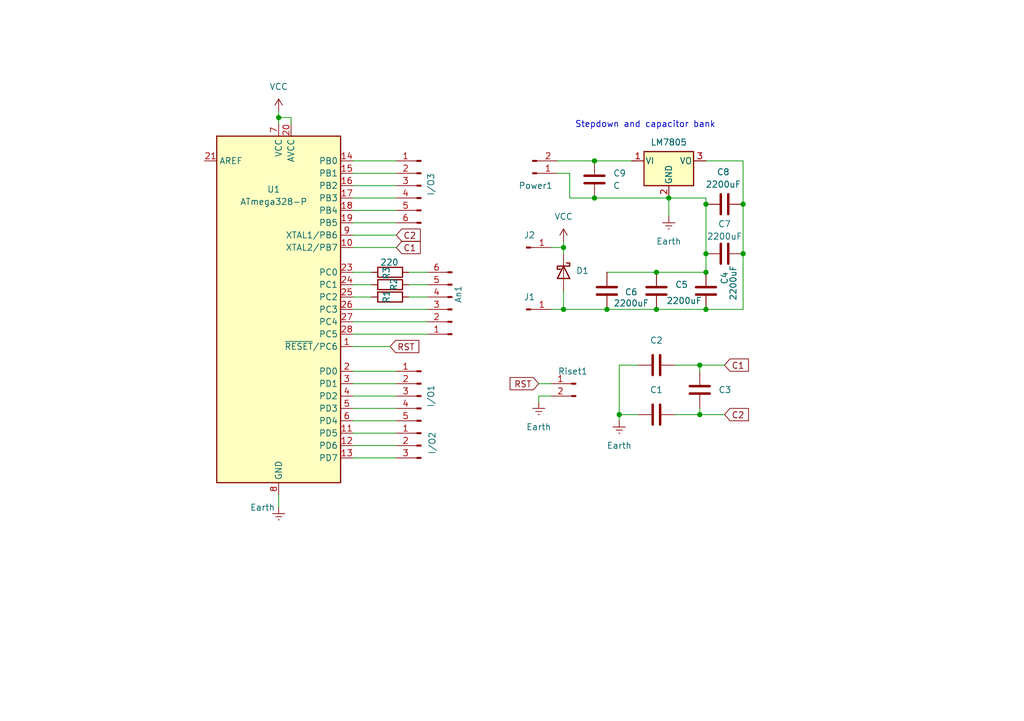
<source format=kicad_sch>
(kicad_sch (version 20231120) (generator "eeschema") (generator_version "8.0")
  (paper "A5")
  (lib_symbols
    (symbol "Connector:Conn_01x01_Pin" (pin_names (offset 1.016) hide)
      (property "Reference" "J" (at 0 2.54 0))
      (property "Value" "Conn_01x01_Pin" (at 0 -2.54 0))
      (symbol "Conn_01x01_Pin_1_1"
        (polyline (pts (xy 1.27 0) (xy 0.8636 0)) (stroke (width 0.1524)))
        (rectangle (start 0.8636 0.127) (end 0 -0.127) (stroke (width 0.1524)) (fill (type outline)))
        (pin passive line (at 5.08 0 180) (length 3.81) (name "Pin_1") (number "1"))
      )
    )
    (symbol "Connector:Conn_01x02_Pin" (pin_names (offset 1.016) hide)
      (property "Reference" "J" (at 0 2.54 0))
      (property "Value" "Conn_01x02_Pin" (at 0 -5.08 0))
      (symbol "Conn_01x02_Pin_1_1"
        (polyline (pts (xy 1.27 -2.54) (xy 0.8636 -2.54)) (stroke (width 0.1524)))
        (polyline (pts (xy 1.27 0) (xy 0.8636 0)) (stroke (width 0.1524)))
        (rectangle (start 0.8636 -2.413) (end 0 -2.667) (stroke (width 0.1524)) (fill (type outline)))
        (rectangle (start 0.8636 0.127) (end 0 -0.127) (stroke (width 0.1524)) (fill (type outline)))
        (pin passive line (at 5.08 0 180) (length 3.81) (name "Pin_1") (number "1"))
        (pin passive line (at 5.08 -2.54 180) (length 3.81) (name "Pin_2") (number "2"))
      )
    )
    (symbol "Connector:Conn_01x03_Pin" (pin_names (offset 1.016) hide)
      (property "Reference" "J" (at 0 5.08 0))
      (property "Value" "Conn_01x03_Pin" (at 0 -5.08 0))
      (symbol "Conn_01x03_Pin_1_1"
        (polyline (pts (xy 1.27 -2.54) (xy 0.8636 -2.54)) (stroke (width 0.1524)))
        (polyline (pts (xy 1.27 0) (xy 0.8636 0)) (stroke (width 0.1524)))
        (polyline (pts (xy 1.27 2.54) (xy 0.8636 2.54)) (stroke (width 0.1524)))
        (rectangle (start 0.8636 -2.413) (end 0 -2.667) (stroke (width 0.1524)) (fill (type outline)))
        (rectangle (start 0.8636 0.127) (end 0 -0.127) (stroke (width 0.1524)) (fill (type outline)))
        (rectangle (start 0.8636 2.667) (end 0 2.413) (stroke (width 0.1524)) (fill (type outline)))
        (pin passive line (at 5.08 2.54 180) (length 3.81) (name "Pin_1") (number "1"))
        (pin passive line (at 5.08 0 180) (length 3.81) (name "Pin_2") (number "2"))
        (pin passive line (at 5.08 -2.54 180) (length 3.81) (name "Pin_3") (number "3"))
      )
    )
    (symbol "Connector:Conn_01x05_Pin" (pin_names (offset 1.016) hide)
      (property "Reference" "J" (at 0 7.62 0))
      (property "Value" "Conn_01x05_Pin" (at 0 -7.62 0))
      (symbol "Conn_01x05_Pin_1_1"
        (polyline (pts (xy 1.27 -5.08) (xy 0.8636 -5.08)) (stroke (width 0.1524)))
        (polyline (pts (xy 1.27 -2.54) (xy 0.8636 -2.54)) (stroke (width 0.1524)))
        (polyline (pts (xy 1.27 0) (xy 0.8636 0)) (stroke (width 0.1524)))
        (polyline (pts (xy 1.27 2.54) (xy 0.8636 2.54)) (stroke (width 0.1524)))
        (polyline (pts (xy 1.27 5.08) (xy 0.8636 5.08)) (stroke (width 0.1524)))
        (rectangle (start 0.8636 -4.953) (end 0 -5.207) (stroke (width 0.1524)) (fill (type outline)))
        (rectangle (start 0.8636 -2.413) (end 0 -2.667) (stroke (width 0.1524)) (fill (type outline)))
        (rectangle (start 0.8636 0.127) (end 0 -0.127) (stroke (width 0.1524)) (fill (type outline)))
        (rectangle (start 0.8636 2.667) (end 0 2.413) (stroke (width 0.1524)) (fill (type outline)))
        (rectangle (start 0.8636 5.207) (end 0 4.953) (stroke (width 0.1524)) (fill (type outline)))
        (pin passive line (at 5.08 5.08 180) (length 3.81) (name "Pin_1") (number "1"))
        (pin passive line (at 5.08 2.54 180) (length 3.81) (name "Pin_2") (number "2"))
        (pin passive line (at 5.08 0 180) (length 3.81) (name "Pin_3") (number "3"))
        (pin passive line (at 5.08 -2.54 180) (length 3.81) (name "Pin_4") (number "4"))
        (pin passive line (at 5.08 -5.08 180) (length 3.81) (name "Pin_5") (number "5"))
      )
    )
    (symbol "Connector:Conn_01x06_Pin" (pin_names (offset 1.016) hide)
      (property "Reference" "J" (at 0 7.62 0))
      (property "Value" "Conn_01x06_Pin" (at 0 -10.16 0))
      (symbol "Conn_01x06_Pin_1_1"
        (polyline (pts (xy 1.27 -7.62) (xy 0.8636 -7.62)) (stroke (width 0.1524)))
        (polyline (pts (xy 1.27 -5.08) (xy 0.8636 -5.08)) (stroke (width 0.1524)))
        (polyline (pts (xy 1.27 -2.54) (xy 0.8636 -2.54)) (stroke (width 0.1524)))
        (polyline (pts (xy 1.27 0) (xy 0.8636 0)) (stroke (width 0.1524)))
        (polyline (pts (xy 1.27 2.54) (xy 0.8636 2.54)) (stroke (width 0.1524)))
        (polyline (pts (xy 1.27 5.08) (xy 0.8636 5.08)) (stroke (width 0.1524)))
        (rectangle (start 0.8636 -7.493) (end 0 -7.747) (stroke (width 0.1524)) (fill (type outline)))
        (rectangle (start 0.8636 -4.953) (end 0 -5.207) (stroke (width 0.1524)) (fill (type outline)))
        (rectangle (start 0.8636 -2.413) (end 0 -2.667) (stroke (width 0.1524)) (fill (type outline)))
        (rectangle (start 0.8636 0.127) (end 0 -0.127) (stroke (width 0.1524)) (fill (type outline)))
        (rectangle (start 0.8636 2.667) (end 0 2.413) (stroke (width 0.1524)) (fill (type outline)))
        (rectangle (start 0.8636 5.207) (end 0 4.953) (stroke (width 0.1524)) (fill (type outline)))
        (pin passive line (at 5.08 5.08 180) (length 3.81) (name "Pin_1") (number "1"))
        (pin passive line (at 5.08 2.54 180) (length 3.81) (name "Pin_2") (number "2"))
        (pin passive line (at 5.08 0 180) (length 3.81) (name "Pin_3") (number "3"))
        (pin passive line (at 5.08 -2.54 180) (length 3.81) (name "Pin_4") (number "4"))
        (pin passive line (at 5.08 -5.08 180) (length 3.81) (name "Pin_5") (number "5"))
        (pin passive line (at 5.08 -7.62 180) (length 3.81) (name "Pin_6") (number "6"))
      )
    )
    (symbol "Device:C" (pin_numbers hide) (pin_names (offset 0.254))
      (property "Reference" "C" (at 0.635 2.54 0))
      (property "Value" "C" (at 0.635 -2.54 0))
      (symbol "C_0_1"
        (polyline (pts (xy -2.032 -0.762) (xy 2.032 -0.762)) (stroke (width 0.508)))
        (polyline (pts (xy -2.032 0.762) (xy 2.032 0.762)) (stroke (width 0.508)))
      )
      (symbol "C_1_1"
        (pin passive line (at 0 3.81 270) (length 2.794) (name "~") (number "1"))
        (pin passive line (at 0 -3.81 90) (length 2.794) (name "~") (number "2"))
      )
    )
    (symbol "Device:R" (pin_numbers hide) (pin_names (offset 0))
      (property "Reference" "R" (at 2.032 0 90))
      (property "Value" "R" (at 0 0 90))
      (symbol "R_0_1"
        (rectangle (start -1.016 -2.54) (end 1.016 2.54) (stroke (width 0.254)))
      )
      (symbol "R_1_1"
        (pin passive line (at 0 3.81 270) (length 1.27) (name "~") (number "1"))
        (pin passive line (at 0 -3.81 90) (length 1.27) (name "~") (number "2"))
      )
    )
    (symbol "Diode:SB120" (pin_numbers hide) (pin_names (offset 1.016) hide)
      (property "Reference" "D" (at 0 2.54 0))
      (property "Value" "SB120" (at 0 -2.54 0))
      (symbol "SB120_0_1"
        (polyline (pts (xy 1.27 0) (xy -1.27 0)))
        (polyline (pts (xy 1.27 1.27) (xy 1.27 -1.27) (xy -1.27 0) (xy 1.27 1.27)) (stroke (width 0.254)))
        (polyline (pts (xy -1.905 0.635) (xy -1.905 1.27) (xy -1.27 1.27) (xy -1.27 -1.27) (xy -0.635 -1.27) (xy -0.635 -0.635)) (stroke (width 0.254)))
      )
      (symbol "SB120_1_1"
        (pin passive line (at -3.81 0 0) (length 2.54) (name "K") (number "1"))
        (pin passive line (at 3.81 0 180) (length 2.54) (name "A") (number "2"))
      )
    )
    (symbol "MCU_Microchip_ATmega:ATmega328-P"
      (property "Reference" "U" (at -12.7 36.83 0))
      (property "Value" "ATmega328-P" (at 2.54 -36.83 0))
      (symbol "ATmega328-P_0_1"
        (rectangle (start -12.7 -35.56) (end 12.7 35.56) (stroke (width 0.254)) (fill (type background)))
      )
      (symbol "ATmega328-P_1_1"
        (pin bidirectional line (at 15.24 -7.62 180) (length 2.54) (name "~{RESET}/PC6") (number "1"))
        (pin bidirectional line (at 15.24 12.7 180) (length 2.54) (name "XTAL2/PB7") (number "10"))
        (pin bidirectional line (at 15.24 -25.4 180) (length 2.54) (name "PD5") (number "11"))
        (pin bidirectional line (at 15.24 -27.94 180) (length 2.54) (name "PD6") (number "12"))
        (pin bidirectional line (at 15.24 -30.48 180) (length 2.54) (name "PD7") (number "13"))
        (pin bidirectional line (at 15.24 30.48 180) (length 2.54) (name "PB0") (number "14"))
        (pin bidirectional line (at 15.24 27.94 180) (length 2.54) (name "PB1") (number "15"))
        (pin bidirectional line (at 15.24 25.4 180) (length 2.54) (name "PB2") (number "16"))
        (pin bidirectional line (at 15.24 22.86 180) (length 2.54) (name "PB3") (number "17"))
        (pin bidirectional line (at 15.24 20.32 180) (length 2.54) (name "PB4") (number "18"))
        (pin bidirectional line (at 15.24 17.78 180) (length 2.54) (name "PB5") (number "19"))
        (pin bidirectional line (at 15.24 -12.7 180) (length 2.54) (name "PD0") (number "2"))
        (pin power_in line (at 2.54 38.1 270) (length 2.54) (name "AVCC") (number "20"))
        (pin passive line (at -15.24 30.48 0) (length 2.54) (name "AREF") (number "21"))
        (pin passive line (at 0 -38.1 90) (length 2.54) hide (name "GND") (number "22"))
        (pin bidirectional line (at 15.24 7.62 180) (length 2.54) (name "PC0") (number "23"))
        (pin bidirectional line (at 15.24 5.08 180) (length 2.54) (name "PC1") (number "24"))
        (pin bidirectional line (at 15.24 2.54 180) (length 2.54) (name "PC2") (number "25"))
        (pin bidirectional line (at 15.24 0 180) (length 2.54) (name "PC3") (number "26"))
        (pin bidirectional line (at 15.24 -2.54 180) (length 2.54) (name "PC4") (number "27"))
        (pin bidirectional line (at 15.24 -5.08 180) (length 2.54) (name "PC5") (number "28"))
        (pin bidirectional line (at 15.24 -15.24 180) (length 2.54) (name "PD1") (number "3"))
        (pin bidirectional line (at 15.24 -17.78 180) (length 2.54) (name "PD2") (number "4"))
        (pin bidirectional line (at 15.24 -20.32 180) (length 2.54) (name "PD3") (number "5"))
        (pin bidirectional line (at 15.24 -22.86 180) (length 2.54) (name "PD4") (number "6"))
        (pin power_in line (at 0 38.1 270) (length 2.54) (name "VCC") (number "7"))
        (pin power_in line (at 0 -38.1 90) (length 2.54) (name "GND") (number "8"))
        (pin bidirectional line (at 15.24 15.24 180) (length 2.54) (name "XTAL1/PB6") (number "9"))
      )
    )
    (symbol "Regulator_Linear:LM7805_TO220" (pin_names (offset 0.254))
      (property "Reference" "U" (at -3.81 3.175 0))
      (property "Value" "LM7805_TO220" (at 0 3.175 0))
      (symbol "LM7805_TO220_0_1"
        (rectangle (start -5.08 1.905) (end 5.08 -5.08) (stroke (width 0.254)) (fill (type background)))
      )
      (symbol "LM7805_TO220_1_1"
        (pin power_in line (at -7.62 0 0) (length 2.54) (name "VI") (number "1"))
        (pin power_in line (at 0 -7.62 90) (length 2.54) (name "GND") (number "2"))
        (pin power_out line (at 7.62 0 180) (length 2.54) (name "VO") (number "3"))
      )
    )
    (symbol "power:Earth" (power) (pin_numbers hide) (pin_names (offset 0) hide)
      (property "Value" "Earth" (at 0 -3.81 0))
      (symbol "Earth_0_1"
        (polyline (pts (xy -0.635 -1.905) (xy 0.635 -1.905)))
        (polyline (pts (xy -0.127 -2.54) (xy 0.127 -2.54)))
        (polyline (pts (xy 0 -1.27) (xy 0 0)))
        (polyline (pts (xy 1.27 -1.27) (xy -1.27 -1.27)))
      )
      (symbol "Earth_1_1"
        (pin power_in line (at 0 0 270) (length 0) (name "~") (number "1"))
      )
    )
    (symbol "power:VCC" (power) (pin_numbers hide) (pin_names (offset 0) hide)
      (property "Value" "VCC" (at 0 3.556 0))
      (symbol "VCC_0_1"
        (polyline (pts (xy -0.762 1.27) (xy 0 2.54)))
        (polyline (pts (xy 0 0) (xy 0 2.54)))
        (polyline (pts (xy 0 2.54) (xy 0.762 1.27)))
      )
      (symbol "VCC_1_1"
        (pin power_in line (at 0 0 90) (length 0) (name "~") (number "1"))
      )
    )
  )
  (junction (at 144.78 63.5))
  (junction (at 144.78 41.91))
  (junction (at 152.4 52.07))
  (junction (at 121.92 33.02))
  (junction (at 152.4 41.91))
  (junction (at 143.51 85.09))
  (junction (at 115.57 63.5))
  (junction (at 115.57 50.8))
  (junction (at 57.15 24.13))
  (junction (at 127 85.09))
  (junction (at 134.62 55.88))
  (junction (at 144.78 55.88))
  (junction (at 144.78 52.07))
  (junction (at 134.62 63.5))
  (junction (at 121.92 40.64))
  (junction (at 137.16 40.64))
  (junction (at 143.51 74.93))
  (junction (at 124.46 63.5))
  (wire (pts (xy 59.69 24.13) (xy 57.15 24.13)))
  (wire (pts (xy 59.69 25.4) (xy 59.69 24.13)))
  (wire (pts (xy 143.51 74.93) (xy 143.51 76.2)))
  (wire (pts (xy 72.39 86.36) (xy 81.28 86.36)))
  (wire (pts (xy 143.51 74.93) (xy 148.59 74.93)))
  (wire (pts (xy 116.84 35.56) (xy 114.3 35.56)))
  (wire (pts (xy 72.39 43.18) (xy 81.28 43.18)))
  (wire (pts (xy 72.39 91.44) (xy 81.28 91.44)))
  (wire (pts (xy 127 74.93) (xy 127 85.09)))
  (wire (pts (xy 137.16 40.64) (xy 144.78 40.64)))
  (wire (pts (xy 144.78 33.02) (xy 152.4 33.02)))
  (wire (pts (xy 72.39 78.74) (xy 81.28 78.74)))
  (wire (pts (xy 72.39 66.04) (xy 87.63 66.04)))
  (wire (pts (xy 72.39 45.72) (xy 81.28 45.72)))
  (wire (pts (xy 72.39 40.64) (xy 81.28 40.64)))
  (wire (pts (xy 113.03 50.8) (xy 115.57 50.8)))
  (wire (pts (xy 114.3 33.02) (xy 121.92 33.02)))
  (wire (pts (xy 137.16 40.64) (xy 137.16 44.45)))
  (wire (pts (xy 72.39 88.9) (xy 81.28 88.9)))
  (wire (pts (xy 152.4 41.91) (xy 152.4 52.07)))
  (wire (pts (xy 134.62 63.5) (xy 144.78 63.5)))
  (wire (pts (xy 121.92 40.64) (xy 116.84 40.64)))
  (wire (pts (xy 72.39 83.82) (xy 81.28 83.82)))
  (wire (pts (xy 116.84 40.64) (xy 116.84 35.56)))
  (wire (pts (xy 144.78 62.23) (xy 144.78 63.5)))
  (wire (pts (xy 83.82 55.88) (xy 87.63 55.88)))
  (wire (pts (xy 115.57 50.8) (xy 115.57 52.07)))
  (wire (pts (xy 72.39 63.5) (xy 87.63 63.5)))
  (wire (pts (xy 83.82 58.42) (xy 87.63 58.42)))
  (wire (pts (xy 124.46 55.88) (xy 134.62 55.88)))
  (wire (pts (xy 115.57 49.53) (xy 115.57 50.8)))
  (wire (pts (xy 83.82 60.96) (xy 87.63 60.96)))
  (wire (pts (xy 113.03 81.28) (xy 110.49 81.28)))
  (wire (pts (xy 72.39 38.1) (xy 81.28 38.1)))
  (wire (pts (xy 72.39 81.28) (xy 81.28 81.28)))
  (wire (pts (xy 72.39 35.56) (xy 81.28 35.56)))
  (wire (pts (xy 130.81 85.09) (xy 127 85.09)))
  (wire (pts (xy 124.46 63.5) (xy 134.62 63.5)))
  (wire (pts (xy 144.78 41.91) (xy 144.78 52.07)))
  (wire (pts (xy 144.78 63.5) (xy 152.4 63.5)))
  (wire (pts (xy 72.39 50.8) (xy 81.28 50.8)))
  (wire (pts (xy 72.39 76.2) (xy 81.28 76.2)))
  (wire (pts (xy 72.39 55.88) (xy 76.2 55.88)))
  (wire (pts (xy 143.51 85.09) (xy 138.43 85.09)))
  (wire (pts (xy 115.57 63.5) (xy 124.46 63.5)))
  (wire (pts (xy 143.51 85.09) (xy 148.59 85.09)))
  (wire (pts (xy 134.62 55.88) (xy 144.78 55.88)))
  (wire (pts (xy 72.39 48.26) (xy 81.28 48.26)))
  (wire (pts (xy 144.78 52.07) (xy 144.78 55.88)))
  (wire (pts (xy 113.03 63.5) (xy 115.57 63.5)))
  (wire (pts (xy 152.4 52.07) (xy 152.4 63.5)))
  (wire (pts (xy 72.39 71.12) (xy 80.01 71.12)))
  (wire (pts (xy 144.78 40.64) (xy 144.78 41.91)))
  (wire (pts (xy 143.51 83.82) (xy 143.51 85.09)))
  (wire (pts (xy 113.03 78.74) (xy 110.49 78.74)))
  (wire (pts (xy 130.81 74.93) (xy 127 74.93)))
  (wire (pts (xy 127 85.09) (xy 127 86.36)))
  (wire (pts (xy 121.92 33.02) (xy 129.54 33.02)))
  (wire (pts (xy 57.15 24.13) (xy 57.15 25.4)))
  (wire (pts (xy 152.4 33.02) (xy 152.4 41.91)))
  (wire (pts (xy 57.15 101.6) (xy 57.15 104.14)))
  (wire (pts (xy 110.49 81.28) (xy 110.49 82.55)))
  (wire (pts (xy 57.15 22.86) (xy 57.15 24.13)))
  (wire (pts (xy 121.92 40.64) (xy 137.16 40.64)))
  (wire (pts (xy 72.39 58.42) (xy 76.2 58.42)))
  (wire (pts (xy 72.39 68.58) (xy 87.63 68.58)))
  (wire (pts (xy 72.39 93.98) (xy 81.28 93.98)))
  (wire (pts (xy 115.57 59.69) (xy 115.57 63.5)))
  (wire (pts (xy 138.43 74.93) (xy 143.51 74.93)))
  (wire (pts (xy 72.39 33.02) (xy 81.28 33.02)))
  (wire (pts (xy 72.39 60.96) (xy 76.2 60.96)))
  (text "Stepdown and capacitor bank" (at 132.334 25.654 0) (effects (font (size 1.27 1.27))))
  (global_label "RST" (shape input) (at 80.01 71.12 0) (property "Intersheetrefs" "${INTERSHEET_REFS}" (effects (hide yes))))
  (global_label "RST" (shape input) (at 110.49 78.74 180) (property "Intersheetrefs" "${INTERSHEET_REFS}" (effects (hide yes))))
  (global_label "C1" (shape input) (at 148.59 74.93 0) (property "Intersheetrefs" "${INTERSHEET_REFS}" (effects (hide yes))))
  (global_label "C1" (shape input) (at 81.28 50.8 0) (property "Intersheetrefs" "${INTERSHEET_REFS}" (effects (hide yes))))
  (global_label "C2" (shape input) (at 148.59 85.09 0) (property "Intersheetrefs" "${INTERSHEET_REFS}" (effects (hide yes))))
  (global_label "C2" (shape input) (at 81.28 48.26 0) (property "Intersheetrefs" "${INTERSHEET_REFS}" (effects (hide yes))))
  (symbol (lib_id "Device:C") (at 121.92 36.83 0) (unit 1)
    (property "Reference" "C9" (at 125.73 35.5599 0) (effects (justify left)))
    (property "Value" "C" (at 125.73 38.0999 0) (effects (justify left)))
    (property "Footprint" "Capacitor_THT:CP_Radial_D8.0mm_P3.80mm" (effects (hide yes)))
    (property "Description" "Unpolarized capacitor" (effects (hide yes)))
  )
  (symbol (lib_id "Device:C") (at 148.59 52.07 270) (unit 1)
    (property "Reference" "C7" (at 148.59 45.974 90))
    (property "Value" "2200uF" (at 148.59 48.514 90))
    (property "Footprint" "Capacitor_THT:CP_Radial_D8.0mm_P3.80mm" (effects (hide yes)))
    (property "Description" "Unpolarized capacitor" (effects (hide yes)))
  )
  (symbol (lib_id "MCU_Microchip_ATmega:ATmega328-P") (at 57.15 63.5 0) (unit 1)
    (property "Reference" "U1" (at 56.134 38.862 0))
    (property "Value" "ATmega328-P" (at 56.134 41.402 0))
    (property "Footprint" "Package_DIP:DIP-28_W7.62mm" (effects (hide yes)))
    (property "Datasheet" "http://ww1.microchip.com/downloads/en/DeviceDoc/ATmega328_P%20AVR%20MCU%20with%20picoPower%20Technology%20Data%20Sheet%2040001984A.pdf" (effects (hide yes)))
    (property "Description" "20MHz, 32kB Flash, 2kB SRAM, 1kB EEPROM, DIP-28" (effects (hide yes)))
  )
  (symbol (lib_id "power:Earth") (at 57.15 104.14 0) (unit 1)
    (property "Reference" "#PWR02" (effects (hide yes)))
    (property "Value" "Earth" (at 53.848 104.14 0))
    (property "Description" "Power symbol creates a global label with name \"Earth\"" (effects (hide yes)))
  )
  (symbol (lib_id "power:Earth") (at 110.49 82.55 0) (unit 1)
    (property "Reference" "#PWR07" (effects (hide yes)))
    (property "Value" "Earth" (at 110.49 87.63 0))
    (property "Description" "Power symbol creates a global label with name \"Earth\"" (effects (hide yes)))
  )
  (symbol (lib_id "Device:R") (at 80.01 60.96 90) (unit 1)
    (property "Reference" "R1" (at 79.248 62.23 0) (effects (justify left)))
    (property "Value" "220" (effects (hide yes)))
    (property "Footprint" "Resistor_THT:R_Axial_DIN0207_L6.3mm_D2.5mm_P2.54mm_Vertical" (effects (hide yes)))
    (property "Description" "Resistor" (effects (hide yes)))
  )
  (symbol (lib_id "power:Earth") (at 137.16 44.45 0) (unit 1)
    (property "Reference" "#PWR04" (effects (hide yes)))
    (property "Value" "Earth" (at 137.16 49.53 0))
    (property "Description" "Power symbol creates a global label with name \"Earth\"" (effects (hide yes)))
  )
  (symbol (lib_id "Device:C") (at 143.51 80.01 180) (unit 1)
    (property "Reference" "C3" (at 147.32 80.0099 0) (effects (justify right)))
    (property "Value" "C" (effects (hide yes)))
    (property "Footprint" "Capacitor_THT:C_Disc_D7.5mm_W4.4mm_P5.00mm" (effects (hide yes)))
    (property "Description" "Unpolarized capacitor" (effects (hide yes)))
  )
  (symbol (lib_id "Connector:Conn_01x06_Pin") (at 86.36 38.1 0) (mirror y) (unit 1)
    (property "Reference" "I/O3" (at 88.392 37.846 90))
    (property "Value" "Conn_01x06_Pin" (effects (hide yes)))
    (property "Footprint" "Connector_PinSocket_2.54mm:PinSocket_1x06_P2.54mm_Vertical" (effects (hide yes)))
    (property "Description" "Generic connector, single row, 01x06, script generated" (effects (hide yes)))
  )
  (symbol (lib_id "Device:R") (at 80.01 58.42 90) (unit 1)
    (property "Reference" "R2" (at 80.772 59.69 0) (effects (justify left)))
    (property "Value" "220" (at 81.788 53.848 90) (effects (justify left)))
    (property "Footprint" "Resistor_THT:R_Axial_DIN0207_L6.3mm_D2.5mm_P2.54mm_Vertical" (effects (hide yes)))
    (property "Description" "Resistor" (effects (hide yes)))
  )
  (symbol (lib_id "Connector:Conn_01x02_Pin") (at 118.11 78.74 0) (mirror y) (unit 1)
    (property "Reference" "Riset1" (at 117.475 76.2 0))
    (property "Value" "Conn_01x02_Pin" (effects (hide yes)))
    (property "Footprint" "Connector_PinSocket_2.54mm:PinSocket_1x02_P2.54mm_Vertical" (effects (hide yes)))
    (property "Description" "Generic connector, single row, 01x02, script generated" (effects (hide yes)))
  )
  (symbol (lib_id "Device:C") (at 124.46 59.69 180) (unit 1)
    (property "Reference" "C6" (at 130.81 59.944 0) (effects (justify left)))
    (property "Value" "2200uF" (at 133.096 62.23 0) (effects (justify left)))
    (property "Footprint" "Capacitor_THT:CP_Radial_D8.0mm_P3.80mm" (effects (hide yes)))
    (property "Description" "Unpolarized capacitor" (effects (hide yes)))
  )
  (symbol (lib_id "Connector:Conn_01x03_Pin") (at 86.36 91.44 0) (mirror y) (unit 1)
    (property "Reference" "I/O2" (at 88.646 90.932 90))
    (property "Value" "Conn_01x03_Pin" (effects (hide yes)))
    (property "Footprint" "Connector_PinSocket_2.54mm:PinSocket_1x03_P2.54mm_Vertical" (effects (hide yes)))
    (property "Description" "Generic connector, single row, 01x03, script generated" (effects (hide yes)))
  )
  (symbol (lib_id "Device:C") (at 134.62 59.69 180) (unit 1)
    (property "Reference" "C5" (at 138.43 58.4199 0) (effects (justify right)))
    (property "Value" "2200uF" (at 136.652 61.722 0) (effects (justify right)))
    (property "Footprint" "Capacitor_THT:CP_Radial_D8.0mm_P3.80mm" (effects (hide yes)))
    (property "Description" "Unpolarized capacitor" (effects (hide yes)))
  )
  (symbol (lib_id "Device:C") (at 134.62 74.93 90) (unit 1)
    (property "Reference" "C2" (at 134.62 69.85 90))
    (property "Value" "C" (effects (hide yes)))
    (property "Footprint" "Capacitor_THT:C_Disc_D4.7mm_W2.5mm_P5.00mm" (effects (hide yes)))
    (property "Description" "Unpolarized capacitor" (effects (hide yes)))
  )
  (symbol (lib_id "Regulator_Linear:LM7805_TO220") (at 137.16 33.02 0) (unit 1)
    (property "Reference" "LM7805" (at 137.16 29.21 0))
    (property "Value" "LM7805_TO220" (effects (hide yes)))
    (property "Footprint" "Package_TO_SOT_THT:TO-220-3_Vertical" (effects (hide yes)))
    (property "Datasheet" "https://www.onsemi.cn/PowerSolutions/document/MC7800-D.PDF" (effects (hide yes)))
    (property "Description" "Positive 1A 35V Linear Regulator, Fixed Output 5V, TO-220" (effects (hide yes)))
  )
  (symbol (lib_id "power:VCC") (at 57.15 22.86 0) (unit 1)
    (property "Reference" "#PWR03" (effects (hide yes)))
    (property "Value" "VCC" (at 57.15 17.78 0))
    (property "Description" "Power symbol creates a global label with name \"VCC\"" (effects (hide yes)))
  )
  (symbol (lib_id "Connector:Conn_01x05_Pin") (at 86.36 81.28 0) (mirror y) (unit 1)
    (property "Reference" "I/O1" (at 88.392 81.28 90))
    (property "Value" "Conn_01x05_Pin" (effects (hide yes)))
    (property "Footprint" "Connector_PinSocket_2.54mm:PinSocket_1x05_P2.54mm_Vertical" (effects (hide yes)))
    (property "Description" "Generic connector, single row, 01x05, script generated" (effects (hide yes)))
  )
  (symbol (lib_id "Connector:Conn_01x02_Pin") (at 109.22 35.56 0) (mirror x) (unit 1)
    (property "Reference" "Power1" (at 109.855 38.1 0))
    (property "Value" "Conn_01x02_Pin" (effects (hide yes)))
    (property "Footprint" "Connector_PinSocket_2.54mm:PinSocket_1x02_P2.54mm_Vertical" (effects (hide yes)))
    (property "Description" "Generic connector, single row, 01x02, script generated" (effects (hide yes)))
  )
  (symbol (lib_id "Device:C") (at 144.78 59.69 180) (unit 1)
    (property "Reference" "C4" (at 148.59 58.4199 90) (effects (justify right)))
    (property "Value" "2200uF" (at 150.368 61.722 90) (effects (justify right)))
    (property "Footprint" "Capacitor_THT:CP_Radial_D8.0mm_P3.80mm" (effects (hide yes)))
    (property "Description" "Unpolarized capacitor" (effects (hide yes)))
  )
  (symbol (lib_id "Device:R") (at 80.01 55.88 90) (unit 1)
    (property "Reference" "R3" (at 79.248 57.404 0) (effects (justify left)))
    (property "Value" "220" (effects (hide yes)))
    (property "Footprint" "Resistor_THT:R_Axial_DIN0207_L6.3mm_D2.5mm_P2.54mm_Vertical" (effects (hide yes)))
    (property "Description" "Resistor" (effects (hide yes)))
  )
  (symbol (lib_id "Connector:Conn_01x01_Pin") (at 107.95 63.5 0) (unit 1)
    (property "Reference" "J1" (at 108.585 60.96 0))
    (property "Value" "Conn_01x01_Pin" (effects (hide yes)))
    (property "Footprint" "Connector_PinSocket_2.54mm:PinSocket_1x01_P2.54mm_Vertical" (effects (hide yes)))
    (property "Description" "Generic connector, single row, 01x01, script generated" (effects (hide yes)))
  )
  (symbol (lib_id "Connector:Conn_01x01_Pin") (at 107.95 50.8 0) (unit 1)
    (property "Reference" "J2" (at 108.585 48.26 0))
    (property "Value" "Conn_01x01_Pin" (effects (hide yes)))
    (property "Footprint" "Connector_PinSocket_2.54mm:PinSocket_1x01_P2.54mm_Vertical" (effects (hide yes)))
    (property "Description" "Generic connector, single row, 01x01, script generated" (effects (hide yes)))
  )
  (symbol (lib_id "power:Earth") (at 127 86.36 0) (unit 1)
    (property "Reference" "#PWR01" (effects (hide yes)))
    (property "Value" "Earth" (at 127 91.44 0))
    (property "Description" "Power symbol creates a global label with name \"Earth\"" (effects (hide yes)))
  )
  (symbol (lib_id "power:VCC") (at 115.57 49.53 0) (unit 1)
    (property "Reference" "#PWR05" (effects (hide yes)))
    (property "Value" "VCC" (at 115.57 44.45 0))
    (property "Description" "Power symbol creates a global label with name \"VCC\"" (effects (hide yes)))
  )
  (symbol (lib_id "Diode:SB120") (at 115.57 55.88 270) (unit 1)
    (property "Reference" "D1" (at 118.11 55.5624 90) (effects (justify left)))
    (property "Value" "SB120" (effects (hide yes)))
    (property "Footprint" "Diode_THT:D_DO-41_SOD81_P5.08mm_Vertical_AnodeUp" (effects (hide yes)))
    (property "Datasheet" "http://www.diodes.com/_files/datasheets/ds23022.pdf" (effects (hide yes)))
    (property "Description" "20V 1A Schottky Barrier Rectifier Diode, DO-41" (effects (hide yes)))
  )
  (symbol (lib_id "Device:C") (at 134.62 85.09 90) (unit 1)
    (property "Reference" "C1" (at 134.62 80.01 90))
    (property "Value" "C" (effects (hide yes)))
    (property "Footprint" "Capacitor_THT:C_Disc_D4.7mm_W2.5mm_P5.00mm" (effects (hide yes)))
    (property "Description" "Unpolarized capacitor" (effects (hide yes)))
  )
  (symbol (lib_id "Connector:Conn_01x06_Pin") (at 92.71 63.5 180) (unit 1)
    (property "Reference" "An1" (at 93.98 62.2299 90) (effects (justify right)))
    (property "Value" "Conn_01x06_Pin" (effects (hide yes)))
    (property "Footprint" "Connector_PinSocket_2.54mm:PinSocket_1x06_P2.54mm_Vertical" (effects (hide yes)))
    (property "Description" "Generic connector, single row, 01x06, script generated" (effects (hide yes)))
  )
  (symbol (lib_id "Device:C") (at 148.59 41.91 270) (unit 1)
    (property "Reference" "C8" (at 148.336 35.306 90))
    (property "Value" "2200uF" (at 148.336 37.846 90))
    (property "Footprint" "Capacitor_THT:CP_Radial_D8.0mm_P3.80mm" (effects (hide yes)))
    (property "Description" "Unpolarized capacitor" (effects (hide yes)))
  )
)
</source>
